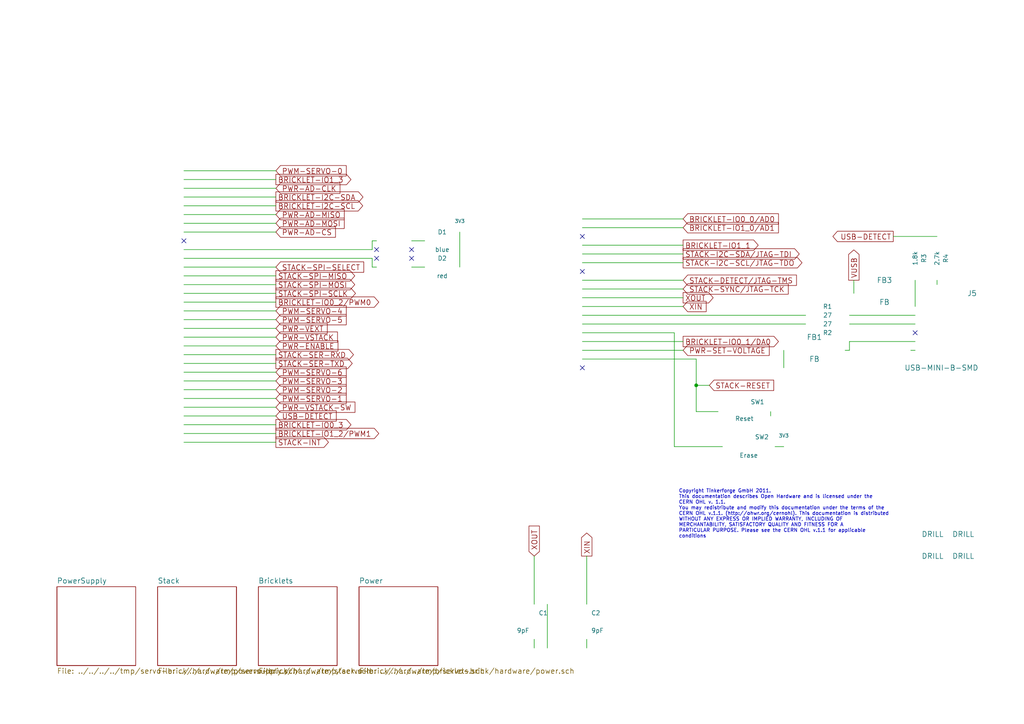
<source format=kicad_sch>
(kicad_sch (version 20230121) (generator eeschema)
  (paper "A4")
  (title_block (date "9 jun 2013") (rev "1.0") (company "Tinkerforge GmbH") (comment 1 "Licensed under CERN OHL v.1.1") (comment 2 "Copyright (©) 2013, B.Nordmeyer <bastian@tinkerforge.com>"))
  (lib_symbols)
  (junction (at 201.93 111.76))
  (no_connect (at 109.22 72.39))
  (no_connect (at 53.34 69.85))
  (no_connect (at 119.38 74.93))
  (no_connect (at 109.22 74.93))
  (no_connect (at 119.38 72.39))
  (no_connect (at 265.43 96.52))
  (no_connect (at 168.91 78.74))
  (no_connect (at 168.91 68.58))
  (no_connect (at 168.91 106.68))
  (wire (pts (xy 53.34 128.27) (xy 80.01 128.27)))
  (wire (pts (xy 107.95 72.39) (xy 107.95 69.85)))
  (wire (pts (xy 201.93 119.38) (xy 201.93 111.76)))
  (wire (pts (xy 170.18 187.96) (xy 170.18 185.42)))
  (wire (pts (xy 154.94 187.96) (xy 154.94 185.42)))
  (wire (pts (xy 53.34 92.71) (xy 80.01 92.71)))
  (wire (pts (xy 53.34 107.95) (xy 80.01 107.95)))
  (wire (pts (xy 168.91 73.66) (xy 198.12 73.66)))
  (wire (pts (xy 53.34 87.63) (xy 80.01 87.63)))
  (wire (pts (xy 53.34 49.53) (xy 80.01 49.53)))
  (wire (pts (xy 119.38 77.47) (xy 123.19 77.47)))
  (wire (pts (xy 109.22 77.47) (xy 107.95 77.47)))
  (wire (pts (xy 170.18 161.29) (xy 170.18 175.26)))
  (wire (pts (xy 53.34 72.39) (xy 107.95 72.39)))
  (wire (pts (xy 80.01 102.87) (xy 53.34 102.87)))
  (wire (pts (xy 201.93 111.76) (xy 201.93 104.14)))
  (wire (pts (xy 168.91 76.2) (xy 198.12 76.2)))
  (wire (pts (xy 168.91 63.5) (xy 198.12 63.5)))
  (wire (pts (xy 246.38 99.06) (xy 265.43 99.06)))
  (wire (pts (xy 53.34 125.73) (xy 80.01 125.73)))
  (wire (pts (xy 195.58 96.52) (xy 195.58 129.54)))
  (wire (pts (xy 53.34 77.47) (xy 80.01 77.47)))
  (wire (pts (xy 201.93 104.14) (xy 168.91 104.14)))
  (wire (pts (xy 53.34 110.49) (xy 80.01 110.49)))
  (wire (pts (xy 259.08 68.58) (xy 271.78 68.58)))
  (wire (pts (xy 53.34 80.01) (xy 80.01 80.01)))
  (wire (pts (xy 246.38 91.44) (xy 265.43 91.44)))
  (wire (pts (xy 227.33 106.68) (xy 227.33 101.6)))
  (wire (pts (xy 208.28 119.38) (xy 201.93 119.38)))
  (wire (pts (xy 53.34 57.15) (xy 80.01 57.15)))
  (wire (pts (xy 168.91 96.52) (xy 195.58 96.52)))
  (wire (pts (xy 154.94 161.29) (xy 154.94 175.26)))
  (wire (pts (xy 265.43 93.98) (xy 246.38 93.98)))
  (wire (pts (xy 53.34 52.07) (xy 80.01 52.07)))
  (wire (pts (xy 53.34 118.11) (xy 80.01 118.11)))
  (wire (pts (xy 168.91 86.36) (xy 198.12 86.36)))
  (wire (pts (xy 107.95 77.47) (xy 107.95 74.93)))
  (wire (pts (xy 107.95 74.93) (xy 53.34 74.93)))
  (wire (pts (xy 53.34 64.77) (xy 80.01 64.77)))
  (wire (pts (xy 264.16 101.6) (xy 265.43 101.6)))
  (wire (pts (xy 271.78 82.55) (xy 271.78 81.28)))
  (wire (pts (xy 53.34 105.41) (xy 80.01 105.41)))
  (wire (pts (xy 133.35 67.31) (xy 133.35 77.47)))
  (wire (pts (xy 198.12 83.82) (xy 168.91 83.82)))
  (wire (pts (xy 53.34 67.31) (xy 80.01 67.31)))
  (wire (pts (xy 53.34 123.19) (xy 80.01 123.19)))
  (wire (pts (xy 246.38 101.6) (xy 245.11 101.6)))
  (wire (pts (xy 53.34 85.09) (xy 80.01 85.09)))
  (wire (pts (xy 107.95 69.85) (xy 109.22 69.85)))
  (wire (pts (xy 168.91 88.9) (xy 198.12 88.9)))
  (wire (pts (xy 53.34 113.03) (xy 80.01 113.03)))
  (wire (pts (xy 158.75 187.96) (xy 158.75 175.26)))
  (wire (pts (xy 168.91 66.04) (xy 198.12 66.04)))
  (wire (pts (xy 53.34 115.57) (xy 80.01 115.57)))
  (wire (pts (xy 265.43 81.28) (xy 265.43 88.9)))
  (wire (pts (xy 223.52 120.65) (xy 223.52 119.38)))
  (wire (pts (xy 53.34 120.65) (xy 80.01 120.65)))
  (wire (pts (xy 168.91 101.6) (xy 198.12 101.6)))
  (wire (pts (xy 209.55 129.54) (xy 195.58 129.54)))
  (wire (pts (xy 53.34 82.55) (xy 80.01 82.55)))
  (wire (pts (xy 205.74 111.76) (xy 201.93 111.76)))
  (wire (pts (xy 53.34 90.17) (xy 80.01 90.17)))
  (wire (pts (xy 224.79 129.54) (xy 227.33 129.54)))
  (wire (pts (xy 53.34 100.33) (xy 80.01 100.33)))
  (wire (pts (xy 247.65 85.09) (xy 247.65 81.28)))
  (wire (pts (xy 53.34 54.61) (xy 80.01 54.61)))
  (wire (pts (xy 53.34 97.79) (xy 80.01 97.79)))
  (wire (pts (xy 119.38 69.85) (xy 123.19 69.85)))
  (wire (pts (xy 80.01 62.23) (xy 53.34 62.23)))
  (wire (pts (xy 53.34 59.69) (xy 80.01 59.69)))
  (wire (pts (xy 198.12 81.28) (xy 168.91 81.28)))
  (wire (pts (xy 233.68 91.44) (xy 168.91 91.44)))
  (wire (pts (xy 233.68 93.98) (xy 168.91 93.98)))
  (wire (pts (xy 168.91 99.06) (xy 198.12 99.06)))
  (wire (pts (xy 246.38 99.06) (xy 246.38 101.6)))
  (wire (pts (xy 53.34 95.25) (xy 80.01 95.25)))
  (wire (pts (xy 168.91 71.12) (xy 198.12 71.12)))
  (text "Copyright Tinkerforge GmbH 2011.\nThis documentation describes Open Hardware and is licensed under the\nCERN OHL v. 1.1.\nYou may redistribute and modify this documentation under the terms of the\nCERN OHL v.1.1. (http://ohwr.org/cernohl). This documentation is distributed\nWITHOUT ANY EXPRESS OR IMPLIED WARRANTY, INCLUDING OF\nMERCHANTABILITY, SATISFACTORY QUALITY AND FITNESS FOR A\nPARTICULAR PURPOSE. Please see the CERN OHL v.1.1 for applicable\nconditions\n" (at 196.85 156.21 0) (effects (font (size 1.016 1.016)) (justify left bottom)))
  (global_label "XOUT" (shape output) (at 198.12 86.36 0) (effects (font (size 1.524 1.524))) (property "Intersheetrefs" "${INTERSHEET_REFS}" (effects hide)))
  (global_label "BRICKLET-IO1_2/PWM1" (shape output) (at 80.01 125.73 0) (effects (font (size 1.524 1.524))) (property "Intersheetrefs" "${INTERSHEET_REFS}" (effects hide)))
  (global_label "BRICKLET-I2C-SCL" (shape output) (at 80.01 59.69 0) (effects (font (size 1.524 1.524))) (property "Intersheetrefs" "${INTERSHEET_REFS}" (effects hide)))
  (global_label "STACK-I2C-SCL/JTAG-TDO" (shape output) (at 198.12 76.2 0) (effects (font (size 1.524 1.524))) (property "Intersheetrefs" "${INTERSHEET_REFS}" (effects hide)))
  (global_label "XOUT" (shape input) (at 154.94 161.29 90) (effects (font (size 1.524 1.524))) (property "Intersheetrefs" "${INTERSHEET_REFS}" (effects hide)))
  (global_label "STACK-SER-RXD" (shape output) (at 80.01 102.87 0) (effects (font (size 1.524 1.524))) (property "Intersheetrefs" "${INTERSHEET_REFS}" (effects hide)))
  (global_label "STACK-SPI-MISO" (shape output) (at 80.01 80.01 0) (effects (font (size 1.524 1.524))) (property "Intersheetrefs" "${INTERSHEET_REFS}" (effects hide)))
  (global_label "BRICKLET-IO1_1" (shape output) (at 198.12 71.12 0) (effects (font (size 1.524 1.524))) (property "Intersheetrefs" "${INTERSHEET_REFS}" (effects hide)))
  (global_label "XIN" (shape input) (at 198.12 88.9 0) (effects (font (size 1.524 1.524))) (property "Intersheetrefs" "${INTERSHEET_REFS}" (effects hide)))
  (global_label "PWM-SERVO-6" (shape input) (at 80.01 107.95 0) (effects (font (size 1.524 1.524))) (property "Intersheetrefs" "${INTERSHEET_REFS}" (effects hide)))
  (global_label "USB-DETECT" (shape input) (at 80.01 120.65 0) (effects (font (size 1.524 1.524))) (property "Intersheetrefs" "${INTERSHEET_REFS}" (effects hide)))
  (global_label "PWM-SERVO-5" (shape input) (at 80.01 92.71 0) (effects (font (size 1.524 1.524))) (property "Intersheetrefs" "${INTERSHEET_REFS}" (effects hide)))
  (global_label "PWM-SERVO-0" (shape input) (at 80.01 49.53 0) (effects (font (size 1.524 1.524))) (property "Intersheetrefs" "${INTERSHEET_REFS}" (effects hide)))
  (global_label "USB-DETECT" (shape output) (at 259.08 68.58 180) (effects (font (size 1.524 1.524))) (property "Intersheetrefs" "${INTERSHEET_REFS}" (effects hide)))
  (global_label "PWR-AD-CLK" (shape input) (at 80.01 54.61 0) (effects (font (size 1.524 1.524))) (property "Intersheetrefs" "${INTERSHEET_REFS}" (effects hide)))
  (global_label "PWR-AD-CS" (shape input) (at 80.01 67.31 0) (effects (font (size 1.524 1.524))) (property "Intersheetrefs" "${INTERSHEET_REFS}" (effects hide)))
  (global_label "PWR-VSTACK" (shape input) (at 80.01 97.79 0) (effects (font (size 1.524 1.524))) (property "Intersheetrefs" "${INTERSHEET_REFS}" (effects hide)))
  (global_label "STACK-INT" (shape output) (at 80.01 128.27 0) (effects (font (size 1.524 1.524))) (property "Intersheetrefs" "${INTERSHEET_REFS}" (effects hide)))
  (global_label "PWR-ENABLE" (shape input) (at 80.01 100.33 0) (effects (font (size 1.524 1.524))) (property "Intersheetrefs" "${INTERSHEET_REFS}" (effects hide)))
  (global_label "STACK-RESET" (shape input) (at 205.74 111.76 0) (effects (font (size 1.524 1.524))) (property "Intersheetrefs" "${INTERSHEET_REFS}" (effects hide)))
  (global_label "PWR-AD-MOSI" (shape input) (at 80.01 64.77 0) (effects (font (size 1.524 1.524))) (property "Intersheetrefs" "${INTERSHEET_REFS}" (effects hide)))
  (global_label "PWM-SERVO-2" (shape input) (at 80.01 113.03 0) (effects (font (size 1.524 1.524))) (property "Intersheetrefs" "${INTERSHEET_REFS}" (effects hide)))
  (global_label "BRICKLET-IO0_0/AD0" (shape input) (at 198.12 63.5 0) (effects (font (size 1.524 1.524))) (property "Intersheetrefs" "${INTERSHEET_REFS}" (effects hide)))
  (global_label "PWM-SERVO-1" (shape input) (at 80.01 115.57 0) (effects (font (size 1.524 1.524))) (property "Intersheetrefs" "${INTERSHEET_REFS}" (effects hide)))
  (global_label "STACK-I2C-SDA/JTAG-TDI" (shape output) (at 198.12 73.66 0) (effects (font (size 1.524 1.524))) (property "Intersheetrefs" "${INTERSHEET_REFS}" (effects hide)))
  (global_label "STACK-SYNC/JTAG-TCK" (shape input) (at 198.12 83.82 0) (effects (font (size 1.524 1.524))) (property "Intersheetrefs" "${INTERSHEET_REFS}" (effects hide)))
  (global_label "PWR-VSTACK-SW" (shape input) (at 80.01 118.11 0) (effects (font (size 1.524 1.524))) (property "Intersheetrefs" "${INTERSHEET_REFS}" (effects hide)))
  (global_label "BRICKLET-IO0_1/DA0" (shape output) (at 198.12 99.06 0) (effects (font (size 1.524 1.524))) (property "Intersheetrefs" "${INTERSHEET_REFS}" (effects hide)))
  (global_label "STACK-SER-TXD" (shape output) (at 80.01 105.41 0) (effects (font (size 1.524 1.524))) (property "Intersheetrefs" "${INTERSHEET_REFS}" (effects hide)))
  (global_label "BRICKLET-IO0_2/PWM0" (shape output) (at 80.01 87.63 0) (effects (font (size 1.524 1.524))) (property "Intersheetrefs" "${INTERSHEET_REFS}" (effects hide)))
  (global_label "PWR-AD-MISO" (shape input) (at 80.01 62.23 0) (effects (font (size 1.524 1.524))) (property "Intersheetrefs" "${INTERSHEET_REFS}" (effects hide)))
  (global_label "BRICKLET-IO1_3" (shape output) (at 80.01 52.07 0) (effects (font (size 1.524 1.524))) (property "Intersheetrefs" "${INTERSHEET_REFS}" (effects hide)))
  (global_label "STACK-SPI-SELECT" (shape input) (at 80.01 77.47 0) (effects (font (size 1.524 1.524))) (property "Intersheetrefs" "${INTERSHEET_REFS}" (effects hide)))
  (global_label "BRICKLET-I2C-SDA" (shape output) (at 80.01 57.15 0) (effects (font (size 1.524 1.524))) (property "Intersheetrefs" "${INTERSHEET_REFS}" (effects hide)))
  (global_label "XIN" (shape output) (at 170.18 161.29 90) (effects (font (size 1.524 1.524))) (property "Intersheetrefs" "${INTERSHEET_REFS}" (effects hide)))
  (global_label "PWM-SERVO-4" (shape input) (at 80.01 90.17 0) (effects (font (size 1.524 1.524))) (property "Intersheetrefs" "${INTERSHEET_REFS}" (effects hide)))
  (global_label "PWR-VEXT" (shape input) (at 80.01 95.25 0) (effects (font (size 1.524 1.524))) (property "Intersheetrefs" "${INTERSHEET_REFS}" (effects hide)))
  (global_label "VUSB" (shape output) (at 247.65 81.28 90) (effects (font (size 1.524 1.524))) (property "Intersheetrefs" "${INTERSHEET_REFS}" (effects hide)))
  (global_label "PWM-SERVO-3" (shape input) (at 80.01 110.49 0) (effects (font (size 1.524 1.524))) (property "Intersheetrefs" "${INTERSHEET_REFS}" (effects hide)))
  (global_label "PWR-SET-VOLTAGE" (shape input) (at 198.12 101.6 0) (effects (font (size 1.524 1.524))) (property "Intersheetrefs" "${INTERSHEET_REFS}" (effects hide)))
  (global_label "STACK-SPI-MOSI" (shape output) (at 80.01 82.55 0) (effects (font (size 1.524 1.524))) (property "Intersheetrefs" "${INTERSHEET_REFS}" (effects hide)))
  (global_label "STACK-DETECT/JTAG-TMS" (shape input) (at 198.12 81.28 0) (effects (font (size 1.524 1.524))) (property "Intersheetrefs" "${INTERSHEET_REFS}" (effects hide)))
  (global_label "BRICKLET-IO1_0/AD1" (shape input) (at 198.12 66.04 0) (effects (font (size 1.524 1.524))) (property "Intersheetrefs" "${INTERSHEET_REFS}" (effects hide)))
  (global_label "BRICKLET-IO0_3" (shape output) (at 80.01 123.19 0) (effects (font (size 1.524 1.524))) (property "Intersheetrefs" "${INTERSHEET_REFS}" (effects hide)))
  (global_label "STACK-SPI-SCLK" (shape output) (at 80.01 85.09 0) (effects (font (size 1.524 1.524))) (property "Intersheetrefs" "${INTERSHEET_REFS}" (effects hide)))
  (symbol (lib_id "TACT-SWITCH") (at 217.17 129.54 0) (unit 1)
    (property "Reference" "SW2" (at 220.98 126.746 0))
    (property "Value" "Erase" (at 217.17 132.08 0))
    (property "Footprint" "TACT-SWITCH" (effects hide))
  )
  (symbol (lib_id "TACT-SWITCH") (at 215.9 119.38 0) (unit 1)
    (property "Reference" "SW1" (at 219.71 116.586 0))
    (property "Value" "Reset" (at 215.9 121.412 0))
    (property "Footprint" "TACT-SWITCH" (effects hide))
  )
  (symbol (lib_id "USB-MINI-B-SMD") (at 281.94 95.25 0) (unit 1)
    (property "Reference" "J5" (at 281.94 85.09 0) (effects (font (size 1.524 1.524))))
    (property "Value" "USB-MINI-B-SMD" (at 273.05 106.68 0) (effects (font (size 1.524 1.524))))
    (property "Footprint" "USB-MINI-B-SMD" (effects hide))
  )
  (symbol (lib_id "LED") (at 128.27 77.47 0) (mirror y) (unit 1)
    (property "Reference" "D2" (at 128.27 74.93 0))
    (property "Value" "red" (at 128.27 80.01 0))
    (property "Footprint" "D0603" (effects hide))
  )
  (symbol (lib_id "LED") (at 128.27 69.85 0) (mirror y) (unit 1)
    (property "Reference" "D1" (at 128.27 67.31 0))
    (property "Value" "blue" (at 128.27 72.39 0))
    (property "Footprint" "D0603" (effects hide))
  )
  (symbol (lib_id "FILTER") (at 256.54 85.09 0) (unit 1)
    (property "Reference" "FB3" (at 256.54 81.28 0) (effects (font (size 1.524 1.524))))
    (property "Value" "FB" (at 256.54 87.63 0) (effects (font (size 1.524 1.524))))
    (property "Footprint" "C0603" (effects hide))
  )
  (symbol (lib_id "FILTER") (at 236.22 101.6 0) (unit 1)
    (property "Reference" "FB1" (at 236.22 97.79 0) (effects (font (size 1.524 1.524))))
    (property "Value" "FB" (at 236.22 104.14 0) (effects (font (size 1.524 1.524))))
    (property "Footprint" "C0603" (effects hide))
  )
  (symbol (lib_id "GND") (at 227.33 106.68 0) (unit 1)
    (property "Reference" "#PWR08" (effects hide))
    (property "Value" "GND" (effects hide))
  )
  (symbol (lib_id "R") (at 240.03 91.44 270) (unit 1)
    (property "Reference" "R1" (at 240.03 88.9 90))
    (property "Value" "27" (at 240.03 91.44 90))
    (property "Footprint" "R0402" (effects hide))
  )
  (symbol (lib_id "R") (at 240.03 93.98 270) (unit 1)
    (property "Reference" "R2" (at 240.03 96.52 90))
    (property "Value" "27" (at 240.03 93.98 90))
    (property "Footprint" "R0402" (effects hide))
  )
  (symbol (lib_id "DRILL") (at 279.4 154.94 0) (unit 1)
    (property "Reference" "J3" (effects hide))
    (property "Value" "DRILL" (at 279.4 154.94 0) (effects (font (size 1.524 1.524))))
    (property "Footprint" "DRILL_NP" (effects hide))
  )
  (symbol (lib_id "DRILL") (at 279.4 161.29 0) (unit 1)
    (property "Reference" "J4" (effects hide))
    (property "Value" "DRILL" (at 279.4 161.29 0) (effects (font (size 1.524 1.524))))
    (property "Footprint" "DRILL_NP" (effects hide))
  )
  (symbol (lib_id "GND") (at 223.52 120.65 0) (unit 1)
    (property "Reference" "#PWR07" (effects hide))
    (property "Value" "GND" (effects hide))
  )
  (symbol (lib_id "3V3") (at 227.33 129.54 0) (unit 1)
    (property "Reference" "#PWR06" (effects hide))
    (property "Value" "3V3" (at 227.33 126.365 0) (effects (font (size 1.016 1.016))))
  )
  (symbol (lib_id "FILTER") (at 255.27 101.6 0) (unit 1)
    (property "Reference" "FB2" (at 255.27 97.79 0) (effects (font (size 1.524 1.524))))
    (property "Value" "FB" (at 255.27 104.14 0) (effects (font (size 1.524 1.524))))
    (property "Footprint" "C0603" (effects hide))
  )
  (symbol (lib_id "AT91SAM3SXB") (at 24.13 46.99 0) (unit 1)
    (property "Reference" "U1" (at 25.4 45.72 0) (effects (font (size 1.524 1.524))))
    (property "Value" "AT91SAM3SXB" (at 39.37 45.72 0) (effects (font (size 1.524 1.524))))
    (property "Footprint" "LQFP64" (effects hide))
  )
  (symbol (lib_id "R") (at 265.43 74.93 180) (unit 1)
    (property "Reference" "R3" (at 267.97 74.93 90))
    (property "Value" "1.8k" (at 265.43 74.93 90))
    (property "Footprint" "R0402" (effects hide))
  )
  (symbol (lib_id "R") (at 271.78 74.93 180) (unit 1)
    (property "Reference" "R4" (at 274.32 74.93 90))
    (property "Value" "2.7k" (at 271.78 74.93 90))
    (property "Footprint" "R0402" (effects hide))
  )
  (symbol (lib_id "GND") (at 271.78 82.55 0) (unit 1)
    (property "Reference" "#PWR05" (effects hide))
    (property "Value" "GND" (effects hide))
  )
  (symbol (lib_id "AT91SAM3SXB") (at 144.78 60.96 0) (unit 2)
    (property "Reference" "U1" (at 146.05 59.69 0) (effects (font (size 1.524 1.524))))
    (property "Value" "AT91SAM3SXB" (at 160.02 59.69 0) (effects (font (size 1.524 1.524))))
    (property "Footprint" "LQFP64" (effects hide))
  )
  (symbol (lib_id "3V3") (at 133.35 67.31 0) (mirror y) (unit 1)
    (property "Reference" "#PWR04" (effects hide))
    (property "Value" "3V3" (at 133.35 64.135 0) (effects (font (size 1.016 1.016))))
  )
  (symbol (lib_id "C") (at 154.94 180.34 0) (unit 1)
    (property "Reference" "C1" (at 156.21 177.8 0) (effects (justify left)))
    (property "Value" "9pF" (at 149.86 182.88 0) (effects (justify left)))
    (property "Footprint" "C0402" (effects hide))
  )
  (symbol (lib_id "C") (at 170.18 180.34 0) (unit 1)
    (property "Reference" "C2" (at 171.45 177.8 0) (effects (justify left)))
    (property "Value" "9pF" (at 171.45 182.88 0) (effects (justify left)))
    (property "Footprint" "C0402" (effects hide))
  )
  (symbol (lib_id "GND") (at 154.94 187.96 0) (unit 1)
    (property "Reference" "#PWR03" (effects hide))
    (property "Value" "GND" (effects hide))
  )
  (symbol (lib_id "GND") (at 170.18 187.96 0) (unit 1)
    (property "Reference" "#PWR02" (effects hide))
    (property "Value" "GND" (effects hide))
  )
  (symbol (lib_id "GND") (at 158.75 187.96 0) (unit 1)
    (property "Reference" "#PWR01" (effects hide))
    (property "Value" "GND" (effects hide))
  )
  (symbol (lib_id "CRYSTAL_3225") (at 162.56 167.64 0) (unit 1)
    (property "Reference" "X1" (at 160.02 161.29 0) (effects (font (size 1.524 1.524))))
    (property "Value" "16Mhz" (at 163.83 173.99 0) (effects (font (size 1.524 1.524))))
    (property "Footprint" "CRYSTAL_3225" (effects hide))
  )
  (symbol (lib_id "DRILL") (at 270.51 154.94 0) (unit 1)
    (property "Reference" "J1" (effects hide))
    (property "Value" "DRILL" (at 270.51 154.94 0) (effects (font (size 1.524 1.524))))
    (property "Footprint" "DRILL_NP" (effects hide))
  )
  (symbol (lib_id "DRILL") (at 270.51 161.29 0) (unit 1)
    (property "Reference" "J2" (effects hide))
    (property "Value" "DRILL" (at 270.51 161.29 0) (effects (font (size 1.524 1.524))))
    (property "Footprint" "DRILL_NP" (effects hide))
  )
  (symbol (lib_id "R_PACK4") (at 114.3 78.74 0) (unit 1)
    (property "Reference" "RP1" (at 114.3 67.31 0) (effects (font (size 1.016 1.016))))
    (property "Value" "1k" (at 114.3 80.01 0) (effects (font (size 1.016 1.016))))
    (property "Footprint" "4X0603" (effects hide))
  )
  (sheet (at 16.51 170.18) (size 22.86 22.86)
    (property "Sheetname" "PowerSupply" (at 16.51 169.3414 0) (effects (font (size 1.524 1.524)) (justify left bottom)))
    (property "Sheetfile" "../../../../tmp/servo-brick/hardware/powersupply.sch" (at 16.51 193.7262 0) (effects (font (size 1.524 1.524)) (justify left top)))
  )
  (sheet (at 45.72 170.18) (size 22.86 22.86)
    (property "Sheetname" "Stack" (at 45.72 169.3414 0) (effects (font (size 1.524 1.524)) (justify left bottom)))
    (property "Sheetfile" "../../../../tmp/servo-brick/hardware/stack.sch" (at 45.72 193.7262 0) (effects (font (size 1.524 1.524)) (justify left top)))
  )
  (sheet (at 74.93 170.18) (size 22.86 22.86)
    (property "Sheetname" "Bricklets" (at 74.93 169.3414 0) (effects (font (size 1.524 1.524)) (justify left bottom)))
    (property "Sheetfile" "../../../../tmp/servo-brick/hardware/bricklets.sch" (at 74.93 193.7262 0) (effects (font (size 1.524 1.524)) (justify left top)))
  )
  (sheet (at 104.14 170.18) (size 22.86 22.86)
    (property "Sheetname" "Power" (at 104.14 169.3414 0) (effects (font (size 1.524 1.524)) (justify left bottom)))
    (property "Sheetfile" "../../../../tmp/servo-brick/hardware/power.sch" (at 104.14 193.7262 0) (effects (font (size 1.524 1.524)) (justify left top)))
  )
)
</source>
